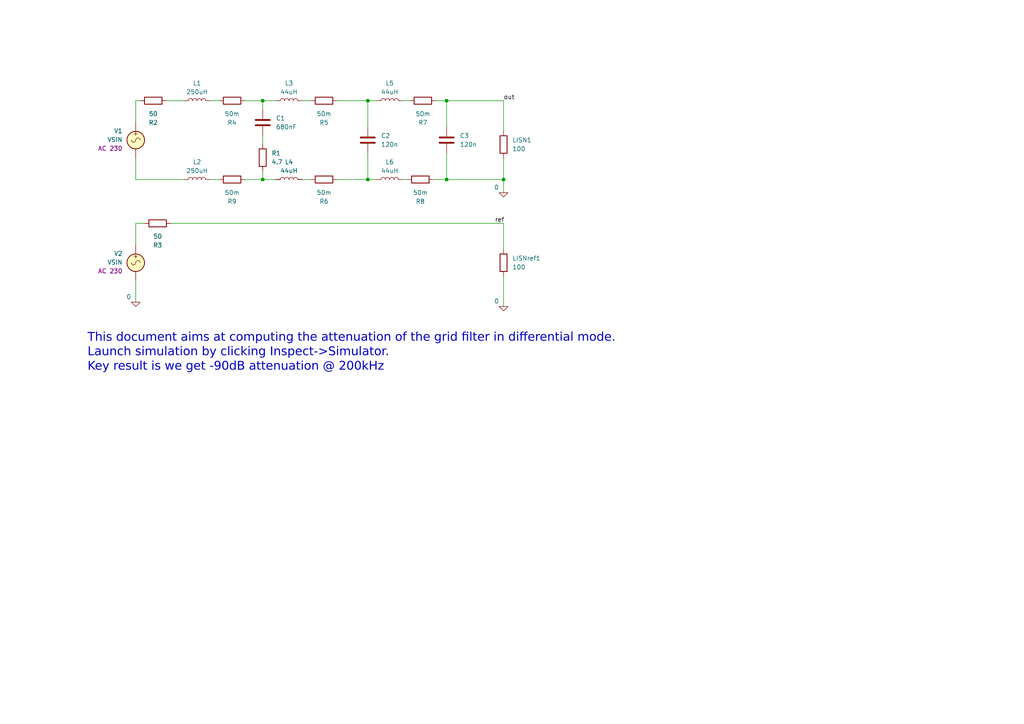
<source format=kicad_sch>
(kicad_sch (version 20250114) (generator "eeschema") (generator_version "9.0")
  (paper "A4")
  (title_block (title "Differential mode attenuation calculations") (date "2026-01-29") (comment 1 "JAL") (comment 2 "JAL") (comment 3 "JAL"))
  (lib_symbols
    (symbol "Device:C" (pin_numbers (hide yes)) (pin_names (offset 0.254))
      (property "Reference" "C" (at 0.635 2.54 0))
      (property "Value" "C" (at 0.635 -2.54 0))
      (symbol "C_0_1"
        (polyline (pts (xy -2.032 0.762) (xy 2.032 0.762)) (stroke (width 0.508)))
        (polyline (pts (xy -2.032 -0.762) (xy 2.032 -0.762)) (stroke (width 0.508)))
      )
      (symbol "C_1_1"
        (pin passive line (at 0 3.81 270) (length 2.794) (name "~") (number "1"))
        (pin passive line (at 0 -3.81 90) (length 2.794) (name "~") (number "2"))
      )
    )
    (symbol "Device:L" (pin_numbers (hide yes)) (pin_names (offset 1.016) (hide yes))
      (property "Reference" "L" (at -1.27 0 90))
      (property "Value" "L" (at 1.905 0 90))
      (symbol "L_0_1"
        (arc (start 0 2.54) (mid 0.6323 1.905) (end 0 1.27))
        (arc (start 0 1.27) (mid 0.6323 0.635) (end 0 0))
        (arc (start 0 0) (mid 0.6323 -0.635) (end 0 -1.27))
        (arc (start 0 -1.27) (mid 0.6323 -1.905) (end 0 -2.54))
      )
      (symbol "L_1_1"
        (pin passive line (at 0 3.81 270) (length 1.27) (name "1") (number "1"))
        (pin passive line (at 0 -3.81 90) (length 1.27) (name "2") (number "2"))
      )
    )
    (symbol "Device:R" (pin_numbers (hide yes)) (pin_names (offset 0))
      (property "Reference" "R" (at 2.032 0 90))
      (property "Value" "R" (at 0 0 90))
      (symbol "R_0_1"
        (rectangle (start -1.016 -2.54) (end 1.016 2.54) (stroke (width 0.254)))
      )
      (symbol "R_1_1"
        (pin passive line (at 0 3.81 270) (length 1.27) (name "~") (number "1"))
        (pin passive line (at 0 -3.81 90) (length 1.27) (name "~") (number "2"))
      )
    )
    (symbol "Simulation_SPICE:0" (power) (pin_numbers (hide yes)) (pin_names (offset 0) (hide yes))
      (property "Value" "0" (at 0 -2.54 0))
      (symbol "0_0_1"
        (polyline (pts (xy -1.27 0) (xy 0 -1.27) (xy 1.27 0) (xy -1.27 0)))
      )
      (symbol "0_1_1"
        (pin power_in line (at 0 0 0) (length 0) (name "~") (number "1"))
      )
    )
    (symbol "Simulation_SPICE:VSIN" (pin_numbers (hide yes)) (pin_names (offset 0.0254))
      (property "Reference" "V" (at 2.54 2.54 0))
      (property "Value" "VSIN" (at 2.54 0 0))
      (property "Sim.Params" "dc=0 ampl=1 f=1k ac=1" (at 2.54 -2.54 0))
      (symbol "VSIN_0_0"
        (arc (start -1.27 0) (mid -0.635 0.6323) (end 0 0))
        (arc (start 1.27 0) (mid 0.635 -0.6323) (end 0 0))
        (text "+" (at 0 1.905 0) (effects (font (size 1.27 1.27))))
      )
      (symbol "VSIN_0_1"
        (circle (center 0 0) (radius 2.54) (stroke (width 0.254)) (fill (type background)))
      )
      (symbol "VSIN_1_1"
        (pin passive line (at 0 5.08 270) (length 2.54) (name "~") (number "1"))
        (pin passive line (at 0 -5.08 90) (length 2.54) (name "~") (number "2"))
      )
    )
  )
  (text "This document aims at computing the attenuation of the grid filter in differential mode.\nLaunch simulation by clicking Inspect->Simulator. \nKey result is we get -90dB attenuation @ 200kHz" (at 25.4 102.87 0) (effects (font (size 2.5 2.5)) (justify left)))
  (junction (at 106.68 52.07))
  (junction (at 76.2 52.07))
  (junction (at 106.68 29.21))
  (junction (at 76.2 29.21))
  (junction (at 129.54 29.21))
  (junction (at 129.54 52.07))
  (junction (at 146.05 52.07))
  (wire (pts (xy 129.54 52.07) (xy 146.05 52.07)))
  (wire (pts (xy 48.26 29.21) (xy 53.34 29.21)))
  (wire (pts (xy 129.54 29.21) (xy 129.54 36.83)))
  (wire (pts (xy 76.2 29.21) (xy 76.2 31.75)))
  (wire (pts (xy 106.68 52.07) (xy 109.22 52.07)))
  (wire (pts (xy 97.79 29.21) (xy 106.68 29.21)))
  (wire (pts (xy 146.05 80.01) (xy 146.05 88.9)))
  (wire (pts (xy 39.37 81.28) (xy 39.37 87.63)))
  (wire (pts (xy 39.37 35.56) (xy 39.37 29.21)))
  (wire (pts (xy 60.96 52.07) (xy 63.5 52.07)))
  (wire (pts (xy 76.2 52.07) (xy 80.01 52.07)))
  (wire (pts (xy 146.05 72.39) (xy 146.05 64.77)))
  (wire (pts (xy 97.79 52.07) (xy 106.68 52.07)))
  (wire (pts (xy 146.05 52.07) (xy 146.05 45.72)))
  (wire (pts (xy 87.63 29.21) (xy 90.17 29.21)))
  (wire (pts (xy 76.2 29.21) (xy 80.01 29.21)))
  (wire (pts (xy 116.84 52.07) (xy 118.11 52.07)))
  (wire (pts (xy 106.68 29.21) (xy 106.68 36.83)))
  (wire (pts (xy 116.84 29.21) (xy 118.8407 29.21)))
  (wire (pts (xy 146.05 29.21) (xy 146.05 38.1)))
  (wire (pts (xy 39.37 29.21) (xy 40.64 29.21)))
  (wire (pts (xy 129.54 29.21) (xy 146.05 29.21)))
  (wire (pts (xy 126.4607 29.21) (xy 129.54 29.21)))
  (wire (pts (xy 76.2 49.53) (xy 76.2 52.07)))
  (wire (pts (xy 39.37 52.07) (xy 53.34 52.07)))
  (wire (pts (xy 60.96 29.21) (xy 63.5 29.21)))
  (wire (pts (xy 39.37 64.77) (xy 41.91 64.77)))
  (wire (pts (xy 87.63 52.07) (xy 90.17 52.07)))
  (wire (pts (xy 129.54 52.07) (xy 129.54 44.45)))
  (wire (pts (xy 71.12 52.07) (xy 76.2 52.07)))
  (wire (pts (xy 106.68 29.21) (xy 109.22 29.21)))
  (wire (pts (xy 39.37 45.72) (xy 39.37 52.07)))
  (wire (pts (xy 146.05 52.07) (xy 146.05 55.88)))
  (wire (pts (xy 125.73 52.07) (xy 129.54 52.07)))
  (wire (pts (xy 106.68 52.07) (xy 106.68 44.45)))
  (wire (pts (xy 49.53 64.77) (xy 146.05 64.77)))
  (wire (pts (xy 76.2 39.37) (xy 76.2 41.91)))
  (wire (pts (xy 71.12 29.21) (xy 76.2 29.21)))
  (wire (pts (xy 39.37 71.12) (xy 39.37 64.77)))
  (label "ref" (at 143.51 64.77 0))
  (label "out" (at 146.05 29.21 0))
  (symbol (lib_id "Simulation_SPICE:0") (at 39.37 87.63 0) (unit 1)
    (property "Reference" "#GND01" (effects (hide yes)))
    (property "Value" "0" (at 37.338 86.106 0))
    (property "Datasheet" "https://ngspice.sourceforge.io/docs/ngspice-html-manual/manual.xhtml#subsec_Circuit_elements__device" (effects (hide yes)))
    (property "Description" "0V reference potential for simulation" (effects (hide yes)))
  )
  (symbol (lib_id "Device:L") (at 113.03 29.21 90) (unit 1)
    (property "Reference" "L5" (at 113.03 24.13 90))
    (property "Value" "44uH" (at 113.03 26.67 90))
    (property "Description" "Inductor" (effects (hide yes)))
  )
  (symbol (lib_id "Simulation_SPICE:0") (at 146.05 88.9 0) (unit 1)
    (property "Reference" "#GND03" (effects (hide yes)))
    (property "Value" "0" (at 144.018 87.376 0))
    (property "Datasheet" "https://ngspice.sourceforge.io/docs/ngspice-html-manual/manual.xhtml#subsec_Circuit_elements__device" (effects (hide yes)))
    (property "Description" "0V reference potential for simulation" (effects (hide yes)))
  )
  (symbol (lib_id "Device:L") (at 57.15 29.21 90) (unit 1)
    (property "Reference" "L1" (at 57.15 24.13 90))
    (property "Value" "250uH" (at 57.15 26.67 90))
    (property "Description" "Inductor" (effects (hide yes)))
  )
  (symbol (lib_id "Device:R") (at 121.92 52.07 270) (unit 1)
    (property "Reference" "R8" (at 121.92 58.42 90))
    (property "Value" "50m" (at 121.92 55.88 90))
    (property "Description" "Resistor" (effects (hide yes)))
  )
  (symbol (lib_id "Device:L") (at 113.03 52.07 90) (unit 1)
    (property "Reference" "L6" (at 113.03 46.99 90))
    (property "Value" "44uH" (at 113.03 49.53 90))
    (property "Description" "Inductor" (effects (hide yes)))
  )
  (symbol (lib_id "Device:R") (at 67.31 29.21 270) (unit 1)
    (property "Reference" "R4" (at 67.31 35.56 90))
    (property "Value" "50m" (at 67.31 33.02 90))
    (property "Description" "Resistor" (effects (hide yes)))
  )
  (symbol (lib_id "Device:R") (at 146.05 41.91 0) (unit 1)
    (property "Reference" "LISN1" (at 148.59 40.6399 0) (effects (justify left)))
    (property "Value" "100" (at 148.59 43.1799 0) (effects (justify left)))
    (property "Description" "Resistor" (effects (hide yes)))
  )
  (symbol (lib_id "Simulation_SPICE:VSIN") (at 39.37 76.2 0) (mirror y) (unit 1)
    (property "Reference" "V2" (at 35.56 73.5434 0) (effects (justify left)))
    (property "Value" "VSIN" (at 35.56 76.0834 0) (effects (justify left)))
    (property "Datasheet" "https://ngspice.sourceforge.io/docs/ngspice-html-manual/manual.xhtml#sec_Independent_Sources_for" (effects (hide yes)))
    (property "Description" "Voltage source, sinusoidal" (effects (hide yes)))
    (property "Sim.Pins" "1=+ 2=-" (effects (hide yes)))
    (property "Sim.Params" "AC 230" (at 35.56 78.6234 0) (effects (justify left)))
    (property "Sim.Type" "SIN" (effects (hide yes)))
    (property "Sim.Device" "V" (effects (hide yes)))
  )
  (symbol (lib_id "Device:C") (at 129.54 40.64 0) (unit 1)
    (property "Reference" "C3" (at 133.35 39.3699 0) (effects (justify left)))
    (property "Value" "120n" (at 133.35 41.9099 0) (effects (justify left)))
    (property "Description" "Unpolarized capacitor" (effects (hide yes)))
  )
  (symbol (lib_id "Device:R") (at 45.72 64.77 270) (unit 1)
    (property "Reference" "R3" (at 45.72 71.12 90))
    (property "Value" "50" (at 45.72 68.58 90))
    (property "Description" "Resistor" (effects (hide yes)))
  )
  (symbol (lib_id "Device:L") (at 83.82 52.07 90) (unit 1)
    (property "Reference" "L4" (at 83.82 46.99 90))
    (property "Value" "44uH" (at 83.82 49.53 90))
    (property "Description" "Inductor" (effects (hide yes)))
  )
  (symbol (lib_id "Device:R") (at 76.2 45.72 0) (unit 1)
    (property "Reference" "R1" (at 78.74 44.4499 0) (effects (justify left)))
    (property "Value" "4.7" (at 78.74 46.9899 0) (effects (justify left)))
    (property "Description" "Resistor" (effects (hide yes)))
  )
  (symbol (lib_id "Simulation_SPICE:0") (at 146.05 55.88 0) (unit 1)
    (property "Reference" "#GND02" (effects (hide yes)))
    (property "Value" "0" (at 144.018 54.356 0))
    (property "Datasheet" "https://ngspice.sourceforge.io/docs/ngspice-html-manual/manual.xhtml#subsec_Circuit_elements__device" (effects (hide yes)))
    (property "Description" "0V reference potential for simulation" (effects (hide yes)))
  )
  (symbol (lib_id "Device:R") (at 67.31 52.07 270) (unit 1)
    (property "Reference" "R9" (at 67.31 58.42 90))
    (property "Value" "50m" (at 67.31 55.88 90))
    (property "Description" "Resistor" (effects (hide yes)))
  )
  (symbol (lib_id "Device:R") (at 44.45 29.21 270) (unit 1)
    (property "Reference" "R2" (at 44.45 35.56 90))
    (property "Value" "50" (at 44.45 33.02 90))
    (property "Description" "Resistor" (effects (hide yes)))
  )
  (symbol (lib_id "Device:C") (at 76.2 35.56 0) (unit 1)
    (property "Reference" "C1" (at 80.01 34.2899 0) (effects (justify left)))
    (property "Value" "680nF" (at 80.01 36.8299 0) (effects (justify left)))
    (property "Description" "Unpolarized capacitor" (effects (hide yes)))
  )
  (symbol (lib_id "Device:R") (at 93.98 52.07 270) (unit 1)
    (property "Reference" "R6" (at 93.98 58.42 90))
    (property "Value" "50m" (at 93.98 55.88 90))
    (property "Description" "Resistor" (effects (hide yes)))
  )
  (symbol (lib_id "Device:R") (at 146.05 76.2 0) (unit 1)
    (property "Reference" "LISNref1" (at 148.59 74.9299 0) (effects (justify left)))
    (property "Value" "100" (at 148.59 77.4699 0) (effects (justify left)))
    (property "Description" "Resistor" (effects (hide yes)))
  )
  (symbol (lib_id "Device:R") (at 122.6507 29.21 270) (unit 1)
    (property "Reference" "R7" (at 122.6507 35.56 90))
    (property "Value" "50m" (at 122.6507 33.02 90))
    (property "Description" "Resistor" (effects (hide yes)))
  )
  (symbol (lib_id "Device:R") (at 93.98 29.21 270) (unit 1)
    (property "Reference" "R5" (at 93.98 35.56 90))
    (property "Value" "50m" (at 93.98 33.02 90))
    (property "Description" "Resistor" (effects (hide yes)))
  )
  (symbol (lib_id "Device:L") (at 83.82 29.21 90) (unit 1)
    (property "Reference" "L3" (at 83.82 24.13 90))
    (property "Value" "44uH" (at 83.82 26.67 90))
    (property "Description" "Inductor" (effects (hide yes)))
  )
  (symbol (lib_id "Simulation_SPICE:VSIN") (at 39.37 40.64 0) (mirror y) (unit 1)
    (property "Reference" "V1" (at 35.56 37.9834 0) (effects (justify left)))
    (property "Value" "VSIN" (at 35.56 40.5234 0) (effects (justify left)))
    (property "Datasheet" "https://ngspice.sourceforge.io/docs/ngspice-html-manual/manual.xhtml#sec_Independent_Sources_for" (effects (hide yes)))
    (property "Description" "Voltage source, sinusoidal" (effects (hide yes)))
    (property "Sim.Pins" "1=+ 2=-" (effects (hide yes)))
    (property "Sim.Params" "AC 230" (at 35.56 43.0634 0) (effects (justify left)))
    (property "Sim.Type" "SIN" (effects (hide yes)))
    (property "Sim.Device" "V" (effects (hide yes)))
  )
  (symbol (lib_id "Device:C") (at 106.68 40.64 0) (unit 1)
    (property "Reference" "C2" (at 110.49 39.3699 0) (effects (justify left)))
    (property "Value" "120n" (at 110.49 41.9099 0) (effects (justify left)))
    (property "Description" "Unpolarized capacitor" (effects (hide yes)))
  )
  (symbol (lib_id "Device:L") (at 57.15 52.07 90) (unit 1)
    (property "Reference" "L2" (at 57.15 46.99 90))
    (property "Value" "250uH" (at 57.15 49.53 90))
    (property "Description" "Inductor" (effects (hide yes)))
  )
)
</source>
